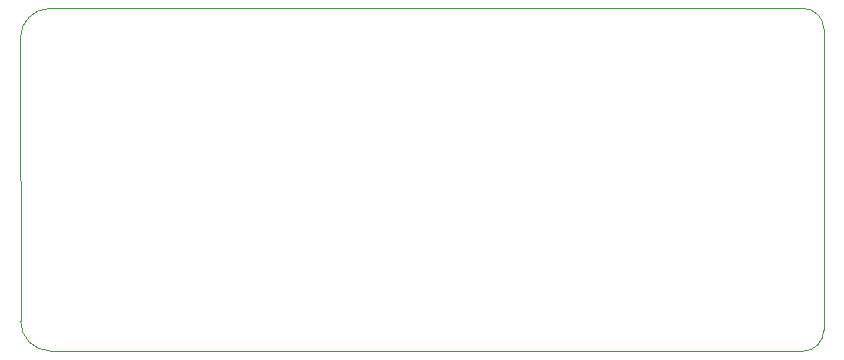
<source format=gbr>
%TF.GenerationSoftware,KiCad,Pcbnew,8.0.4*%
%TF.CreationDate,2025-01-11T15:27:39+03:00*%
%TF.ProjectId,IoT Project,496f5420-5072-46f6-9a65-63742e6b6963,rev?*%
%TF.SameCoordinates,Original*%
%TF.FileFunction,Profile,NP*%
%FSLAX46Y46*%
G04 Gerber Fmt 4.6, Leading zero omitted, Abs format (unit mm)*
G04 Created by KiCad (PCBNEW 8.0.4) date 2025-01-11 15:27:39*
%MOMM*%
%LPD*%
G01*
G04 APERTURE LIST*
%TA.AperFunction,Profile*%
%ADD10C,0.050000*%
%TD*%
G04 APERTURE END LIST*
D10*
X90017767Y-81982233D02*
X90000000Y-58000000D01*
X156262563Y-84512563D02*
X92517767Y-84482233D01*
X156263333Y-55495595D02*
G75*
G02*
X158013350Y-57232987I12567J-1737405D01*
G01*
X158012563Y-57237437D02*
X158012563Y-82762563D01*
X92517767Y-84482233D02*
G75*
G02*
X90017767Y-81982233I33J2500033D01*
G01*
X92500000Y-55500000D02*
X156262563Y-55500000D01*
X90000000Y-58000000D02*
G75*
G02*
X92500000Y-55500000I2500000J0D01*
G01*
X158012563Y-82762563D02*
G75*
G02*
X156262563Y-84512563I-1749963J-37D01*
G01*
M02*

</source>
